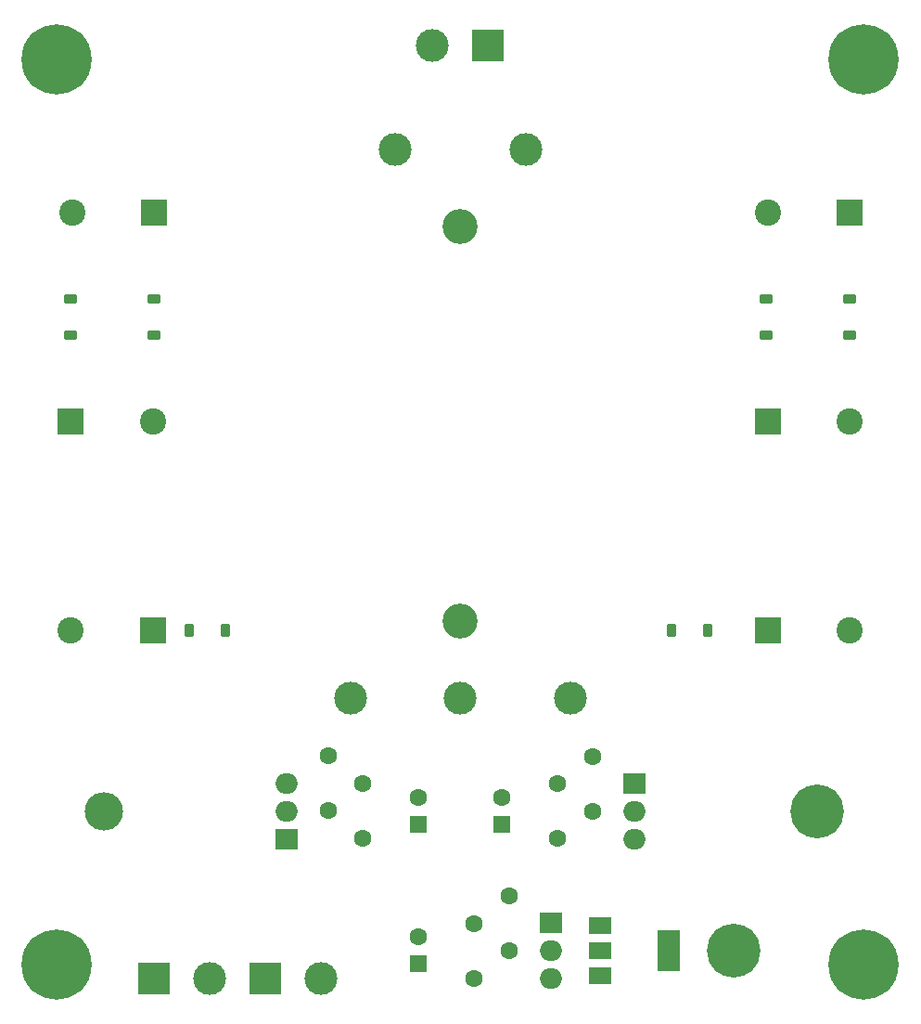
<source format=gbs>
G04 #@! TF.GenerationSoftware,KiCad,Pcbnew,7.0.9-7.0.9~ubuntu20.04.1*
G04 #@! TF.CreationDate,2023-12-22T19:52:23+01:00*
G04 #@! TF.ProjectId,kicad-trans_pwr,6b696361-642d-4747-9261-6e735f707772,1.0*
G04 #@! TF.SameCoordinates,Original*
G04 #@! TF.FileFunction,Soldermask,Bot*
G04 #@! TF.FilePolarity,Negative*
%FSLAX46Y46*%
G04 Gerber Fmt 4.6, Leading zero omitted, Abs format (unit mm)*
G04 Created by KiCad (PCBNEW 7.0.9-7.0.9~ubuntu20.04.1) date 2023-12-22 19:52:23*
%MOMM*%
%LPD*%
G01*
G04 APERTURE LIST*
G04 Aperture macros list*
%AMRoundRect*
0 Rectangle with rounded corners*
0 $1 Rounding radius*
0 $2 $3 $4 $5 $6 $7 $8 $9 X,Y pos of 4 corners*
0 Add a 4 corners polygon primitive as box body*
4,1,4,$2,$3,$4,$5,$6,$7,$8,$9,$2,$3,0*
0 Add four circle primitives for the rounded corners*
1,1,$1+$1,$2,$3*
1,1,$1+$1,$4,$5*
1,1,$1+$1,$6,$7*
1,1,$1+$1,$8,$9*
0 Add four rect primitives between the rounded corners*
20,1,$1+$1,$2,$3,$4,$5,0*
20,1,$1+$1,$4,$5,$6,$7,0*
20,1,$1+$1,$6,$7,$8,$9,0*
20,1,$1+$1,$8,$9,$2,$3,0*%
G04 Aperture macros list end*
%ADD10C,6.400000*%
%ADD11C,1.600000*%
%ADD12R,2.400000X2.400000*%
%ADD13C,2.400000*%
%ADD14R,2.000000X1.905000*%
%ADD15C,4.900000*%
%ADD16O,2.000000X1.905000*%
%ADD17R,3.000000X3.000000*%
%ADD18C,3.000000*%
%ADD19R,1.600000X1.600000*%
%ADD20O,3.500000X3.500000*%
%ADD21C,3.200000*%
%ADD22RoundRect,0.225000X-0.375000X0.225000X-0.375000X-0.225000X0.375000X-0.225000X0.375000X0.225000X0*%
%ADD23RoundRect,0.225000X0.375000X-0.225000X0.375000X0.225000X-0.375000X0.225000X-0.375000X-0.225000X0*%
%ADD24RoundRect,0.225000X0.225000X0.375000X-0.225000X0.375000X-0.225000X-0.375000X0.225000X-0.375000X0*%
%ADD25RoundRect,0.225000X-0.225000X-0.375000X0.225000X-0.375000X0.225000X0.375000X-0.225000X0.375000X0*%
%ADD26R,2.000000X1.500000*%
%ADD27R,2.000000X3.800000*%
G04 APERTURE END LIST*
D10*
X77470000Y-118110000D03*
D11*
X102235000Y-99060000D03*
X102235000Y-104060000D03*
D10*
X151130000Y-118110000D03*
D11*
X118745000Y-111840000D03*
X118745000Y-116840000D03*
D10*
X151130000Y-35560000D03*
D11*
X123190000Y-106640000D03*
X123190000Y-101640000D03*
D12*
X142360000Y-87630000D03*
D13*
X149860000Y-87630000D03*
D14*
X130175000Y-101600000D03*
D15*
X146835000Y-104140000D03*
D16*
X130175000Y-104140000D03*
X130175000Y-106680000D03*
D17*
X86360000Y-119380000D03*
D18*
X91440000Y-119380000D03*
D11*
X105410000Y-106600000D03*
X105410000Y-101600000D03*
D17*
X96520000Y-119380000D03*
D18*
X101600000Y-119380000D03*
D17*
X116840000Y-34290000D03*
D18*
X111760000Y-34290000D03*
D11*
X126365000Y-99140000D03*
X126365000Y-104140000D03*
D10*
X77470000Y-35560000D03*
D14*
X122555000Y-114300000D03*
D15*
X139215000Y-116840000D03*
D16*
X122555000Y-116840000D03*
X122555000Y-119380000D03*
D11*
X115570000Y-119380000D03*
X115570000Y-114380000D03*
D19*
X110490000Y-105345112D03*
D11*
X110490000Y-102845112D03*
D20*
X81765000Y-104140000D03*
D14*
X98425000Y-106680000D03*
D16*
X98425000Y-104140000D03*
X98425000Y-101600000D03*
D19*
X110490000Y-118045113D03*
D11*
X110490000Y-115545113D03*
D12*
X78740000Y-68580000D03*
D13*
X86240000Y-68580000D03*
D21*
X114300000Y-86800000D03*
X114300000Y-50800000D03*
D18*
X120300000Y-43800000D03*
X108300000Y-43800000D03*
X104300000Y-93800000D03*
X114300000Y-93800000D03*
X124300000Y-93800000D03*
D12*
X86360000Y-49530000D03*
D13*
X78860000Y-49530000D03*
D19*
X118110000Y-105345113D03*
D11*
X118110000Y-102845113D03*
D12*
X86240000Y-87630000D03*
D13*
X78740000Y-87630000D03*
D12*
X142360000Y-68580000D03*
D13*
X149860000Y-68580000D03*
D12*
X149860000Y-49530000D03*
D13*
X142360000Y-49530000D03*
D22*
X86360000Y-57405000D03*
X86360000Y-60705000D03*
D23*
X142240000Y-60705000D03*
X142240000Y-57405000D03*
D24*
X136905000Y-87630000D03*
X133605000Y-87630000D03*
D25*
X89535000Y-87630000D03*
X92835000Y-87630000D03*
D23*
X78740000Y-60705000D03*
X78740000Y-57405000D03*
D26*
X127025000Y-119140000D03*
X127025000Y-116840000D03*
D27*
X133325000Y-116840000D03*
D26*
X127025000Y-114540000D03*
D22*
X149860000Y-57405000D03*
X149860000Y-60705000D03*
M02*

</source>
